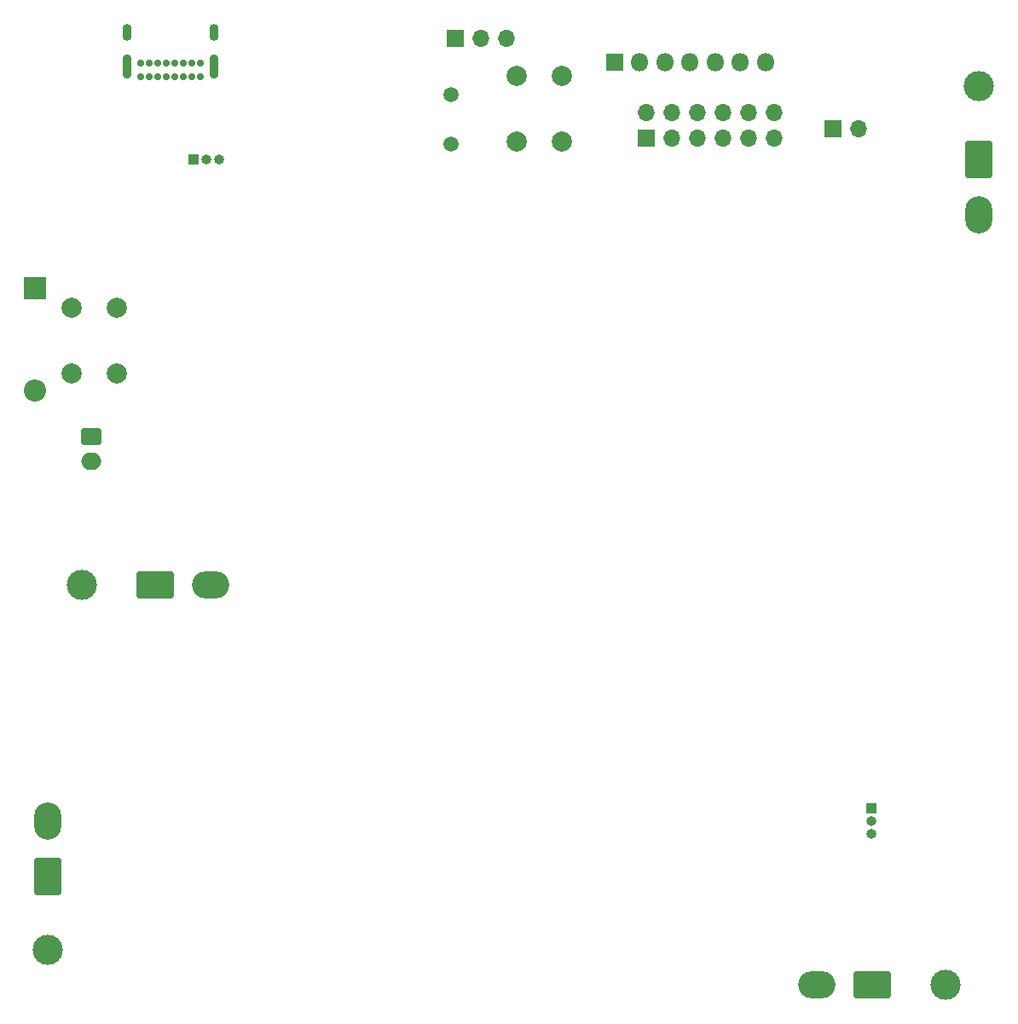
<source format=gbs>
%TF.GenerationSoftware,KiCad,Pcbnew,(6.0.8)*%
%TF.CreationDate,2023-01-27T01:53:05-07:00*%
%TF.ProjectId,Panel,50616e65-6c2e-46b6-9963-61645f706362,rev?*%
%TF.SameCoordinates,Original*%
%TF.FileFunction,Soldermask,Bot*%
%TF.FilePolarity,Negative*%
%FSLAX46Y46*%
G04 Gerber Fmt 4.6, Leading zero omitted, Abs format (unit mm)*
G04 Created by KiCad (PCBNEW (6.0.8)) date 2023-01-27 01:53:05*
%MOMM*%
%LPD*%
G01*
G04 APERTURE LIST*
G04 Aperture macros list*
%AMRoundRect*
0 Rectangle with rounded corners*
0 $1 Rounding radius*
0 $2 $3 $4 $5 $6 $7 $8 $9 X,Y pos of 4 corners*
0 Add a 4 corners polygon primitive as box body*
4,1,4,$2,$3,$4,$5,$6,$7,$8,$9,$2,$3,0*
0 Add four circle primitives for the rounded corners*
1,1,$1+$1,$2,$3*
1,1,$1+$1,$4,$5*
1,1,$1+$1,$6,$7*
1,1,$1+$1,$8,$9*
0 Add four rect primitives between the rounded corners*
20,1,$1+$1,$2,$3,$4,$5,0*
20,1,$1+$1,$4,$5,$6,$7,0*
20,1,$1+$1,$6,$7,$8,$9,0*
20,1,$1+$1,$8,$9,$2,$3,0*%
G04 Aperture macros list end*
%ADD10R,1.700000X1.700000*%
%ADD11O,1.700000X1.700000*%
%ADD12C,0.700000*%
%ADD13O,0.900000X1.700000*%
%ADD14O,0.900000X2.400000*%
%ADD15C,2.000000*%
%ADD16C,3.000000*%
%ADD17RoundRect,0.250001X1.099999X1.599999X-1.099999X1.599999X-1.099999X-1.599999X1.099999X-1.599999X0*%
%ADD18O,2.700000X3.700000*%
%ADD19R,1.800000X1.800000*%
%ADD20O,1.800000X1.800000*%
%ADD21R,2.200000X2.200000*%
%ADD22O,2.200000X2.200000*%
%ADD23C,1.500000*%
%ADD24R,1.000000X1.000000*%
%ADD25O,1.000000X1.000000*%
%ADD26RoundRect,0.250001X1.599999X-1.099999X1.599999X1.099999X-1.599999X1.099999X-1.599999X-1.099999X0*%
%ADD27O,3.700000X2.700000*%
%ADD28RoundRect,0.250001X-1.099999X-1.599999X1.099999X-1.599999X1.099999X1.599999X-1.099999X1.599999X0*%
%ADD29RoundRect,0.250001X-1.599999X1.099999X-1.599999X-1.099999X1.599999X-1.099999X1.599999X1.099999X0*%
%ADD30RoundRect,0.250000X-0.750000X0.600000X-0.750000X-0.600000X0.750000X-0.600000X0.750000X0.600000X0*%
%ADD31O,2.000000X1.700000*%
G04 APERTURE END LIST*
D10*
%TO.C,J10*%
X161793000Y-61271000D03*
D11*
X164333000Y-61271000D03*
%TD*%
D12*
%TO.C,J2*%
X98975000Y-56095000D03*
X98125000Y-56095000D03*
X97275000Y-56095000D03*
X96425000Y-56095000D03*
X95575000Y-56095000D03*
X94725000Y-56095000D03*
X93875000Y-56095000D03*
X93025000Y-56095000D03*
X93025000Y-54745000D03*
X93875000Y-54745000D03*
X94725000Y-54745000D03*
X95575000Y-54745000D03*
X96425000Y-54745000D03*
X97275000Y-54745000D03*
X98125000Y-54745000D03*
X98975000Y-54745000D03*
D13*
X91675000Y-51735000D03*
X100325000Y-51735000D03*
D14*
X91675000Y-55115000D03*
X100325000Y-55115000D03*
%TD*%
D15*
%TO.C,SW2*%
X130338000Y-56059000D03*
X130338000Y-62559000D03*
X134838000Y-56059000D03*
X134838000Y-62559000D03*
%TD*%
D10*
%TO.C,J4*%
X143256000Y-62235000D03*
D11*
X143256000Y-59695000D03*
X145796000Y-62235000D03*
X145796000Y-59695000D03*
X148336000Y-62235000D03*
X148336000Y-59695000D03*
X150876000Y-62235000D03*
X150876000Y-59695000D03*
X153416000Y-62235000D03*
X153416000Y-59695000D03*
X155956000Y-62235000D03*
X155956000Y-59695000D03*
%TD*%
D16*
%TO.C,J8*%
X83769200Y-142849600D03*
D17*
X83769200Y-135549600D03*
D18*
X83769200Y-130049600D03*
%TD*%
D19*
%TO.C,J5*%
X140074000Y-54712000D03*
D20*
X142574000Y-54712000D03*
X145074000Y-54712000D03*
X147574000Y-54712000D03*
X150074000Y-54712000D03*
X152574000Y-54712000D03*
X155074000Y-54712000D03*
%TD*%
D21*
%TO.C,D11*%
X82550000Y-77089000D03*
D22*
X82550000Y-87249000D03*
%TD*%
D15*
%TO.C,SW1*%
X86142000Y-79046000D03*
X86142000Y-85546000D03*
X90642000Y-85546000D03*
X90642000Y-79046000D03*
%TD*%
D23*
%TO.C,Y1*%
X123799600Y-57900400D03*
X123799600Y-62780400D03*
%TD*%
D24*
%TO.C,J12*%
X98293000Y-64287400D03*
D25*
X99563000Y-64287400D03*
X100833000Y-64287400D03*
%TD*%
D10*
%TO.C,J1*%
X124221000Y-52324000D03*
D11*
X126761000Y-52324000D03*
X129301000Y-52324000D03*
%TD*%
D16*
%TO.C,J9*%
X87161000Y-106553000D03*
D26*
X94461000Y-106553000D03*
D27*
X99961000Y-106553000D03*
%TD*%
D24*
%TO.C,J11*%
X165608000Y-128773000D03*
D25*
X165608000Y-130043000D03*
X165608000Y-131313000D03*
%TD*%
D16*
%TO.C,J6*%
X176225200Y-57036600D03*
D28*
X176225200Y-64336600D03*
D18*
X176225200Y-69836600D03*
%TD*%
D16*
%TO.C,J7*%
X172935000Y-146253200D03*
D29*
X165635000Y-146253200D03*
D27*
X160135000Y-146253200D03*
%TD*%
D30*
%TO.C,J3*%
X88108400Y-91815600D03*
D31*
X88108400Y-94315600D03*
%TD*%
M02*

</source>
